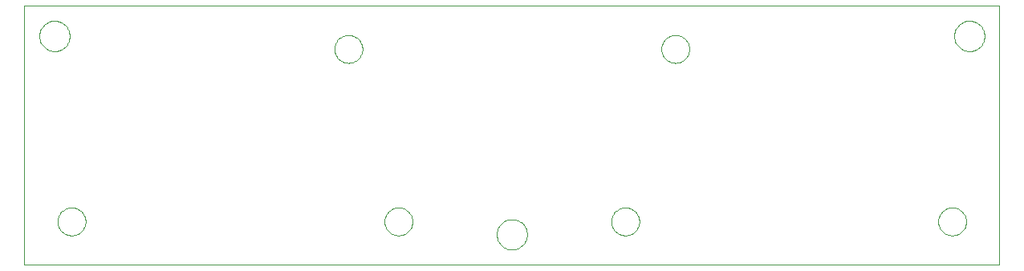
<source format=gm1>
G04 Output by ViewMate Deluxe V11.0.9  PentaLogix LLC*
G04 Sun Jun 01 12:26:16 2014*
%FSLAX33Y33*%
%MOMM*%
%IPPOS*%
%ADD104C,0.0*%

%LPD*%
X0Y0D2*D104*G1X10147Y30798D2*X10152Y30670D1*X10168Y30544*X10193Y30419*X10229Y30297*X10272Y30178*X10325Y30063*X10389Y29952*X10460Y29848*X10541Y29748*X10627Y29654*X10721Y29568*X10823Y29492*X10930Y29423*X11041Y29362*X11158Y29309*X11278Y29268*X11400Y29235*X11527Y29213*X11651Y29200*X11781Y29197*X11908Y29205*X12032Y29223*X12156Y29251*X12278Y29289*X12395Y29334*X12510Y29390*X12619Y29456*X12723Y29530*X12822Y29611*X12913Y29700*X12995Y29797*X13071Y29898*X13139Y30008*X13198Y30119*X13246Y30236*X13287Y30358*X13317Y30483*X13338Y30607*X13348Y30734*X13348Y30861*X13338Y30988*X13317Y31112*X13287Y31237*X13246Y31359*X13198Y31476*X13139Y31587*X13071Y31697*X12995Y31798*X12913Y31895*X12822Y31984*X12723Y32065*X12619Y32139*X12510Y32205*X12395Y32261*X12278Y32306*X12156Y32344*X12032Y32372*X11908Y32390*X11781Y32398*X11651Y32395*X11527Y32382*X11400Y32360*X11278Y32327*X11158Y32286*X11041Y32233*X10930Y32172*X10823Y32103*X10721Y32027*X10627Y31940*X10541Y31847*X10460Y31747*X10389Y31643*X10325Y31532*X10272Y31417*X10229Y31298*X10193Y31176*X10168Y31052*X10152Y30924*X10147Y30798*X41288Y29426D2*X41293Y29304D1*X41308Y29185*X41333Y29065*X41366Y28948*X41412Y28834*X41466Y28725*X41526Y28621*X41598Y28522*X41676Y28428*X41763Y28341*X41857Y28263*X41956Y28191*X42060Y28130*X42169Y28077*X42283Y28031*X42400Y27998*X42520Y27973*X42639Y27958*X42761Y27953*X42883Y27958*X43002Y27973*X43122Y27998*X43238Y28031*X43353Y28077*X43462Y28130*X43566Y28191*X43665Y28263*X43759Y28341*X43845Y28428*X43924Y28522*X43995Y28621*X44056Y28725*X44110Y28834*X44155Y28948*X44188Y29065*X44214Y29185*X44229Y29304*X44234Y29426*X44229Y29548*X44214Y29667*X44188Y29787*X44155Y29903*X44110Y30018*X44056Y30127*X43995Y30231*X43924Y30330*X43845Y30424*X43759Y30510*X43665Y30589*X43566Y30660*X43462Y30721*X43353Y30775*X43238Y30820*X43122Y30853*X43002Y30879*X42883Y30894*X42761Y30899*X42639Y30894*X42520Y30879*X42400Y30853*X42283Y30820*X42169Y30775*X42060Y30721*X41956Y30660*X41857Y30589*X41763Y30510*X41676Y30424*X41598Y30330*X41526Y30231*X41466Y30127*X41412Y30018*X41366Y29903*X41333Y29787*X41308Y29667*X41293Y29548*X41288Y29426*X106667Y30798D2*X106672Y30670D1*X106688Y30544*X106713Y30419*X106749Y30297*X106792Y30178*X106845Y30063*X106909Y29952*X106980Y29848*X107061Y29748*X107147Y29654*X107241Y29568*X107343Y29492*X107450Y29423*X107561Y29362*X107678Y29309*X107798Y29268*X107920Y29235*X108047Y29213*X108171Y29200*X108301Y29197*X108428Y29205*X108552Y29223*X108676Y29251*X108798Y29289*X108915Y29334*X109030Y29390*X109139Y29456*X109243Y29530*X109342Y29611*X109433Y29700*X109515Y29797*X109591Y29898*X109659Y30008*X109718Y30119*X109766Y30236*X109807Y30358*X109837Y30483*X109858Y30607*X109868Y30734*X109868Y30861*X109858Y30988*X109837Y31112*X109807Y31237*X109766Y31359*X109718Y31476*X109659Y31587*X109591Y31697*X109515Y31798*X109433Y31895*X109342Y31984*X109243Y32065*X109139Y32139*X109030Y32205*X108915Y32261*X108798Y32306*X108676Y32344*X108552Y32372*X108428Y32390*X108301Y32398*X108171Y32395*X108047Y32382*X107920Y32360*X107798Y32327*X107678Y32286*X107561Y32233*X107450Y32172*X107343Y32103*X107241Y32027*X107147Y31940*X107061Y31847*X106980Y31747*X106909Y31643*X106845Y31532*X106792Y31417*X106749Y31298*X106713Y31176*X106688Y31052*X106672Y30924*X106667Y30798*X75781Y29426D2*X75786Y29304D1*X75801Y29185*X75827Y29065*X75860Y28948*X75905Y28834*X75959Y28725*X76020Y28621*X76091Y28522*X76170Y28428*X76256Y28341*X76350Y28263*X76449Y28191*X76553Y28130*X76662Y28077*X76777Y28031*X76893Y27998*X77013Y27973*X77132Y27958*X77254Y27953*X77376Y27958*X77495Y27973*X77615Y27998*X77732Y28031*X77846Y28077*X77955Y28130*X78059Y28191*X78158Y28263*X78252Y28341*X78339Y28428*X78417Y28522*X78489Y28621*X78550Y28725*X78603Y28834*X78649Y28948*X78682Y29065*X78707Y29185*X78722Y29304*X78727Y29426*X78722Y29548*X78707Y29667*X78682Y29787*X78649Y29903*X78603Y30018*X78550Y30127*X78489Y30231*X78417Y30330*X78339Y30424*X78252Y30510*X78158Y30589*X78059Y30660*X77955Y30721*X77846Y30775*X77732Y30820*X77615Y30853*X77495Y30879*X77376Y30894*X77254Y30899*X77132Y30894*X77013Y30879*X76893Y30853*X76777Y30820*X76662Y30775*X76553Y30721*X76449Y30660*X76350Y30589*X76256Y30510*X76170Y30424*X76091Y30330*X76020Y30231*X75959Y30127*X75905Y30018*X75860Y29903*X75827Y29787*X75801Y29667*X75786Y29548*X75781Y29426*X104991Y11214D2*X104996Y11092D1*X105011Y10973*X105037Y10853*X105070Y10737*X105115Y10622*X105169Y10513*X105230Y10409*X105301Y10310*X105380Y10216*X105466Y10130*X105560Y10051*X105659Y9980*X105763Y9919*X105872Y9865*X105987Y9820*X106103Y9787*X106223Y9761*X106342Y9746*X106464Y9741*X106586Y9746*X106705Y9761*X106825Y9787*X106942Y9820*X107056Y9865*X107165Y9919*X107269Y9980*X107368Y10051*X107462Y10130*X107549Y10216*X107627Y10310*X107699Y10409*X107760Y10513*X107813Y10622*X107859Y10737*X107892Y10853*X107917Y10973*X107932Y11092*X107937Y11214*X107932Y11336*X107917Y11455*X107892Y11575*X107859Y11692*X107813Y11806*X107760Y11915*X107699Y12019*X107627Y12118*X107549Y12212*X107462Y12299*X107368Y12377*X107269Y12449*X107165Y12510*X107056Y12563*X106942Y12609*X106825Y12642*X106705Y12667*X106586Y12682*X106464Y12687*X106342Y12682*X106223Y12667*X106103Y12642*X105987Y12609*X105872Y12563*X105763Y12510*X105659Y12449*X105560Y12377*X105466Y12299*X105380Y12212*X105301Y12118*X105230Y12019*X105169Y11915*X105115Y11806*X105070Y11692*X105037Y11575*X105011Y11455*X104996Y11336*X104991Y11214*X70498Y11214D2*X70503Y11092D1*X70518Y10973*X70543Y10853*X70576Y10737*X70622Y10622*X70676Y10513*X70736Y10409*X70808Y10310*X70886Y10216*X70973Y10130*X71067Y10051*X71166Y9980*X71270Y9919*X71379Y9865*X71493Y9820*X71610Y9787*X71730Y9761*X71849Y9746*X71971Y9741*X72093Y9746*X72212Y9761*X72332Y9787*X72448Y9820*X72563Y9865*X72672Y9919*X72776Y9980*X72875Y10051*X72969Y10130*X73055Y10216*X73134Y10310*X73205Y10409*X73266Y10513*X73320Y10622*X73365Y10737*X73398Y10853*X73424Y10973*X73439Y11092*X73444Y11214*X73439Y11336*X73424Y11455*X73398Y11575*X73365Y11692*X73320Y11806*X73266Y11915*X73205Y12019*X73134Y12118*X73055Y12212*X72969Y12299*X72875Y12377*X72776Y12449*X72672Y12510*X72563Y12563*X72448Y12609*X72332Y12642*X72212Y12667*X72093Y12682*X71971Y12687*X71849Y12682*X71730Y12667*X71610Y12642*X71493Y12609*X71379Y12563*X71270Y12510*X71166Y12449*X71067Y12377*X70973Y12299*X70886Y12212*X70808Y12118*X70736Y12019*X70676Y11915*X70622Y11806*X70576Y11692*X70543Y11575*X70518Y11455*X70503Y11336*X70498Y11214*X58407Y9842D2*X58412Y9716D1*X58428Y9588*X58453Y9464*X58489Y9342*X58532Y9223*X58585Y9108*X58649Y8997*X58720Y8893*X58801Y8793*X58887Y8700*X58981Y8613*X59083Y8537*X59190Y8468*X59301Y8407*X59418Y8354*X59538Y8313*X59660Y8280*X59787Y8258*X59911Y8245*X60041Y8242*X60168Y8250*X60292Y8268*X60416Y8296*X60538Y8334*X60655Y8379*X60770Y8435*X60879Y8501*X60983Y8575*X61082Y8656*X61173Y8745*X61255Y8842*X61331Y8943*X61399Y9053*X61458Y9164*X61506Y9281*X61547Y9403*X61577Y9528*X61598Y9652*X61608Y9779*X61608Y9906*X61598Y10033*X61577Y10157*X61547Y10282*X61506Y10404*X61458Y10521*X61399Y10632*X61331Y10742*X61255Y10843*X61173Y10940*X61082Y11029*X60983Y11110*X60879Y11184*X60770Y11250*X60655Y11306*X60538Y11351*X60416Y11389*X60292Y11417*X60168Y11435*X60041Y11443*X59911Y11440*X59787Y11427*X59660Y11405*X59538Y11372*X59418Y11331*X59301Y11278*X59190Y11217*X59083Y11148*X58981Y11072*X58887Y10986*X58801Y10892*X58720Y10792*X58649Y10688*X58585Y10577*X58532Y10462*X58489Y10343*X58453Y10221*X58428Y10096*X58412Y9970*X58407Y9842*X46571Y11214D2*X46576Y11092D1*X46591Y10973*X46617Y10853*X46650Y10737*X46695Y10622*X46749Y10513*X46810Y10409*X46881Y10310*X46960Y10216*X47046Y10130*X47140Y10051*X47239Y9980*X47343Y9919*X47452Y9865*X47567Y9820*X47683Y9787*X47803Y9761*X47922Y9746*X48044Y9741*X48166Y9746*X48285Y9761*X48405Y9787*X48522Y9820*X48636Y9865*X48745Y9919*X48849Y9980*X48948Y10051*X49042Y10130*X49129Y10216*X49207Y10310*X49279Y10409*X49340Y10513*X49393Y10622*X49439Y10737*X49472Y10853*X49497Y10973*X49512Y11092*X49517Y11214*X49512Y11336*X49497Y11455*X49472Y11575*X49439Y11692*X49393Y11806*X49340Y11915*X49279Y12019*X49207Y12118*X49129Y12212*X49042Y12299*X48948Y12377*X48849Y12449*X48745Y12510*X48636Y12563*X48522Y12609*X48405Y12642*X48285Y12667*X48166Y12682*X48044Y12687*X47922Y12682*X47803Y12667*X47683Y12642*X47567Y12609*X47452Y12563*X47343Y12510*X47239Y12449*X47140Y12377*X47046Y12299*X46960Y12212*X46881Y12118*X46810Y12019*X46749Y11915*X46695Y11806*X46650Y11692*X46617Y11575*X46591Y11455*X46576Y11336*X46571Y11214*X12078Y11214D2*X12083Y11092D1*X12098Y10973*X12123Y10853*X12156Y10737*X12202Y10622*X12256Y10513*X12316Y10409*X12388Y10310*X12466Y10216*X12553Y10130*X12647Y10051*X12746Y9980*X12850Y9919*X12959Y9865*X13073Y9820*X13190Y9787*X13310Y9761*X13429Y9746*X13551Y9741*X13673Y9746*X13792Y9761*X13912Y9787*X14028Y9820*X14143Y9865*X14252Y9919*X14356Y9980*X14455Y10051*X14549Y10130*X14635Y10216*X14714Y10310*X14785Y10409*X14846Y10513*X14900Y10622*X14945Y10737*X14978Y10853*X15004Y10973*X15019Y11092*X15024Y11214*X15019Y11336*X15004Y11455*X14978Y11575*X14945Y11692*X14900Y11806*X14846Y11915*X14785Y12019*X14714Y12118*X14635Y12212*X14549Y12299*X14455Y12377*X14356Y12449*X14252Y12510*X14143Y12563*X14028Y12609*X13912Y12642*X13792Y12667*X13673Y12682*X13551Y12687*X13429Y12682*X13310Y12667*X13190Y12642*X13073Y12609*X12959Y12563*X12850Y12510*X12746Y12449*X12647Y12377*X12553Y12299*X12466Y12212*X12388Y12118*X12316Y12019*X12256Y11915*X12202Y11806*X12156Y11692*X12123Y11575*X12098Y11455*X12083Y11336*X12078Y11214*X8572Y6668D2*X111442Y6668D1*X111442Y33972*X8572Y33972*X8572Y6668*X0Y0D2*M02*
</source>
